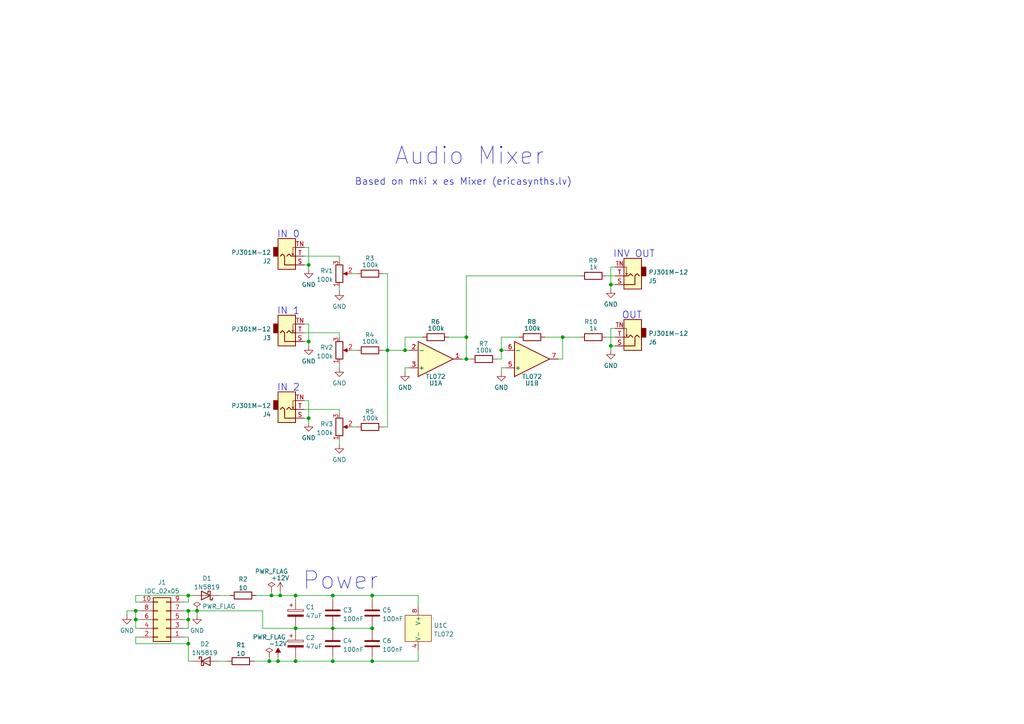
<source format=kicad_sch>
(kicad_sch (version 20211123) (generator eeschema)
  (paper "A4")
  (title_block (title "RW_EM_MIXER_A") (date "2022-10-19") (rev "2022-10-19") (comment 1 "Licensed under CERN-OHL-S v2+"))
  (lib_symbols
    (symbol "Connector_Generic:Conn_02x05_Odd_Even" (pin_names (offset 1.016) hide)
      (property "Reference" "J" (at 1.27 7.62 0))
      (property "Value" "Conn_02x05_Odd_Even" (at 1.27 -7.62 0))
      (symbol "Conn_02x05_Odd_Even_1_1"
        (rectangle (start -1.27 -4.953) (end 0 -5.207) (stroke (width 0.1524)))
        (rectangle (start -1.27 -2.413) (end 0 -2.667) (stroke (width 0.1524)))
        (rectangle (start -1.27 0.127) (end 0 -0.127) (stroke (width 0.1524)))
        (rectangle (start -1.27 2.667) (end 0 2.413) (stroke (width 0.1524)))
        (rectangle (start -1.27 5.207) (end 0 4.953) (stroke (width 0.1524)))
        (rectangle (start -1.27 6.35) (end 3.81 -6.35) (stroke (width 0.254)) (fill (type background)))
        (rectangle (start 3.81 -4.953) (end 2.54 -5.207) (stroke (width 0.1524)))
        (rectangle (start 3.81 -2.413) (end 2.54 -2.667) (stroke (width 0.1524)))
        (rectangle (start 3.81 0.127) (end 2.54 -0.127) (stroke (width 0.1524)))
        (rectangle (start 3.81 2.667) (end 2.54 2.413) (stroke (width 0.1524)))
        (rectangle (start 3.81 5.207) (end 2.54 4.953) (stroke (width 0.1524)))
        (pin passive line (at -5.08 5.08 0) (length 3.81) (name "Pin_1") (number "1"))
        (pin passive line (at 7.62 -5.08 180) (length 3.81) (name "Pin_10") (number "10"))
        (pin passive line (at 7.62 5.08 180) (length 3.81) (name "Pin_2") (number "2"))
        (pin passive line (at -5.08 2.54 0) (length 3.81) (name "Pin_3") (number "3"))
        (pin passive line (at 7.62 2.54 180) (length 3.81) (name "Pin_4") (number "4"))
        (pin passive line (at -5.08 0 0) (length 3.81) (name "Pin_5") (number "5"))
        (pin passive line (at 7.62 0 180) (length 3.81) (name "Pin_6") (number "6"))
        (pin passive line (at -5.08 -2.54 0) (length 3.81) (name "Pin_7") (number "7"))
        (pin passive line (at 7.62 -2.54 180) (length 3.81) (name "Pin_8") (number "8"))
        (pin passive line (at -5.08 -5.08 0) (length 3.81) (name "Pin_9") (number "9"))
      )
    )
    (symbol "Device:C" (pin_numbers hide) (pin_names (offset 0.254))
      (property "Reference" "C" (at 0.635 2.54 0))
      (property "Value" "C" (at 0.635 -2.54 0))
      (symbol "C_0_1"
        (polyline (pts (xy -2.032 -0.762) (xy 2.032 -0.762)) (stroke (width 0.508)))
        (polyline (pts (xy -2.032 0.762) (xy 2.032 0.762)) (stroke (width 0.508)))
      )
      (symbol "C_1_1"
        (pin passive line (at 0 3.81 270) (length 2.794) (name "~") (number "1"))
        (pin passive line (at 0 -3.81 90) (length 2.794) (name "~") (number "2"))
      )
    )
    (symbol "Device:C_Polarized" (pin_numbers hide) (pin_names (offset 0.254))
      (property "Reference" "C" (at 0.635 2.54 0))
      (property "Value" "C_Polarized" (at 0.635 -2.54 0))
      (symbol "C_Polarized_0_1"
        (rectangle (start -2.286 0.508) (end 2.286 1.016))
        (polyline (pts (xy -1.778 2.286) (xy -0.762 2.286)))
        (polyline (pts (xy -1.27 2.794) (xy -1.27 1.778)))
        (rectangle (start 2.286 -0.508) (end -2.286 -1.016) (fill (type outline)))
      )
      (symbol "C_Polarized_1_1"
        (pin passive line (at 0 3.81 270) (length 2.794) (name "~") (number "1"))
        (pin passive line (at 0 -3.81 90) (length 2.794) (name "~") (number "2"))
      )
    )
    (symbol "Device:R" (pin_numbers hide) (pin_names (offset 0))
      (property "Reference" "R" (at 2.032 0 90))
      (property "Value" "R" (at 0 0 90))
      (symbol "R_0_1"
        (rectangle (start -1.016 -2.54) (end 1.016 2.54) (stroke (width 0.254)))
      )
      (symbol "R_1_1"
        (pin passive line (at 0 3.81 270) (length 1.27) (name "~") (number "1"))
        (pin passive line (at 0 -3.81 90) (length 1.27) (name "~") (number "2"))
      )
    )
    (symbol "Device:R_Potentiometer" (pin_names (offset 1.016) hide)
      (property "Reference" "RV" (at -4.445 0 90))
      (property "Value" "R_Potentiometer" (at -2.54 0 90))
      (symbol "R_Potentiometer_0_1"
        (polyline (pts (xy 2.54 0) (xy 1.524 0)))
        (polyline (pts (xy 1.143 0) (xy 2.286 0.508) (xy 2.286 -0.508) (xy 1.143 0)) (fill (type outline)))
        (rectangle (start 1.016 2.54) (end -1.016 -2.54) (stroke (width 0.254)))
      )
      (symbol "R_Potentiometer_1_1"
        (pin passive line (at 0 3.81 270) (length 1.27) (name "1") (number "1"))
        (pin passive line (at 3.81 0 180) (length 1.27) (name "2") (number "2"))
        (pin passive line (at 0 -3.81 90) (length 1.27) (name "3") (number "3"))
      )
    )
    (symbol "Diode:1N5819" (pin_numbers hide) (pin_names (offset 1.016) hide)
      (property "Reference" "D" (at 0 2.54 0))
      (property "Value" "1N5819" (at 0 -2.54 0))
      (symbol "1N5819_0_1"
        (polyline (pts (xy 1.27 0) (xy -1.27 0)))
        (polyline (pts (xy 1.27 1.27) (xy 1.27 -1.27) (xy -1.27 0) (xy 1.27 1.27)) (stroke (width 0.254)))
        (polyline (pts (xy -1.905 0.635) (xy -1.905 1.27) (xy -1.27 1.27) (xy -1.27 -1.27) (xy -0.635 -1.27) (xy -0.635 -0.635)) (stroke (width 0.254)))
      )
      (symbol "1N5819_1_1"
        (pin passive line (at -3.81 0 0) (length 2.54) (name "K") (number "1"))
        (pin passive line (at 3.81 0 180) (length 2.54) (name "A") (number "2"))
      )
    )
    (symbol "RW_EurorackModular:PJ301M-12"
      (property "Reference" "J" (at 0 8.89 0))
      (property "Value" "PJ301M-12" (at 0 6.35 0))
      (symbol "PJ301M-12_0_1"
        (rectangle (start -2.54 0) (end -3.81 -2.54) (stroke (width 0.254)) (fill (type outline)))
        (polyline (pts (xy 1.778 -0.254) (xy 2.032 -0.762)))
        (polyline (pts (xy 0 0) (xy 0.635 -0.635) (xy 1.27 0) (xy 2.54 0)) (stroke (width 0.254)))
        (polyline (pts (xy 2.54 -2.54) (xy 1.778 -2.54) (xy 1.778 -0.254) (xy 1.524 -0.762)))
        (polyline (pts (xy 2.54 2.54) (xy -0.635 2.54) (xy -0.635 0) (xy -1.27 -0.635) (xy -1.905 0)) (stroke (width 0.254)))
        (rectangle (start 2.54 3.81) (end -2.54 -5.08) (stroke (width 0.254)) (fill (type background)))
      )
      (symbol "PJ301M-12_1_1"
        (pin passive line (at 5.08 2.54 180) (length 2.54) (name "~") (number "S"))
        (pin passive line (at 5.08 0 180) (length 2.54) (name "~") (number "T"))
        (pin passive line (at 5.08 -2.54 180) (length 2.54) (name "~") (number "TN"))
      )
    )
    (symbol "RW_EurorackModular:TL072" (pin_names (offset 0.127))
      (property "Reference" "U" (at 0 5.08 0))
      (property "Value" "TL072" (at 0 -5.08 0))
      (symbol "TL072_1_1"
        (polyline (pts (xy -5.08 5.08) (xy 5.08 0) (xy -5.08 -5.08) (xy -5.08 5.08)) (stroke (width 0.254)) (fill (type background)))
        (pin output line (at 7.62 0 180) (length 2.54) (name "~") (number "1"))
        (pin input line (at -7.62 -2.54 0) (length 2.54) (name "-") (number "2"))
        (pin input line (at -7.62 2.54 0) (length 2.54) (name "+") (number "3"))
      )
      (symbol "TL072_2_1"
        (polyline (pts (xy -5.08 5.08) (xy 5.08 0) (xy -5.08 -5.08) (xy -5.08 5.08)) (stroke (width 0.254)) (fill (type background)))
        (pin input line (at -7.62 2.54 0) (length 2.54) (name "+") (number "5"))
        (pin input line (at -7.62 -2.54 0) (length 2.54) (name "-") (number "6"))
        (pin output line (at 7.62 0 180) (length 2.54) (name "~") (number "7"))
      )
      (symbol "TL072_3_1"
        (rectangle (start -6.35 3.81) (end 1.27 -3.81) (stroke (width 0.1524)) (fill (type background)))
        (pin power_in line (at -2.54 -6.35 90) (length 2.54) (name "V-") (number "4"))
        (pin power_in line (at -2.54 6.35 270) (length 2.54) (name "V+") (number "8"))
      )
    )
    (symbol "power:+12V" (power) (pin_names (offset 0))
      (property "Value" "+12V" (at 0 3.556 0))
      (symbol "+12V_0_1"
        (polyline (pts (xy -0.762 1.27) (xy 0 2.54)))
        (polyline (pts (xy 0 0) (xy 0 2.54)))
        (polyline (pts (xy 0 2.54) (xy 0.762 1.27)))
      )
      (symbol "+12V_1_1"
        (pin power_in line (at 0 0 90) (length 0) hide (name "+12V") (number "1"))
      )
    )
    (symbol "power:-12V" (power) (pin_names (offset 0))
      (property "Value" "-12V" (at 0 3.81 0))
      (symbol "-12V_0_0"
        (pin power_in line (at 0 0 90) (length 0) hide (name "-12V") (number "1"))
      )
      (symbol "-12V_0_1"
        (polyline (pts (xy 0 0) (xy 0 1.27) (xy 0.762 1.27) (xy 0 2.54) (xy -0.762 1.27) (xy 0 1.27)) (fill (type outline)))
      )
    )
    (symbol "power:GND" (power) (pin_names (offset 0))
      (property "Value" "GND" (at 0 -3.81 0))
      (symbol "GND_0_1"
        (polyline (pts (xy 0 0) (xy 0 -1.27) (xy 1.27 -1.27) (xy 0 -2.54) (xy -1.27 -1.27) (xy 0 -1.27)))
      )
      (symbol "GND_1_1"
        (pin power_in line (at 0 0 270) (length 0) hide (name "GND") (number "1"))
      )
    )
    (symbol "power:PWR_FLAG" (power) (pin_numbers hide) (pin_names (offset 0) hide)
      (property "Value" "PWR_FLAG" (at 0 3.81 0))
      (symbol "PWR_FLAG_0_0"
        (pin power_out line (at 0 0 90) (length 0) (name "pwr") (number "1"))
      )
      (symbol "PWR_FLAG_0_1"
        (polyline (pts (xy 0 0) (xy 0 1.27) (xy -1.016 1.905) (xy 0 2.54) (xy 1.016 1.905) (xy 0 1.27)))
      )
    )
  )
  (junction (at 54.61 179.705))
  (junction (at 96.52 172.72))
  (junction (at 107.95 191.77))
  (junction (at 145.415 101.6))
  (junction (at 89.535 76.835))
  (junction (at 177.165 100.33))
  (junction (at 54.61 186.69))
  (junction (at 78.74 172.72))
  (junction (at 117.475 101.6))
  (junction (at 85.725 191.77))
  (junction (at 89.535 121.285))
  (junction (at 96.52 191.77))
  (junction (at 135.255 104.14))
  (junction (at 57.15 177.165))
  (junction (at 96.52 182.245))
  (junction (at 81.28 172.72))
  (junction (at 89.535 99.06))
  (junction (at 39.37 177.165))
  (junction (at 112.395 101.6))
  (junction (at 163.195 97.79))
  (junction (at 80.645 191.77))
  (junction (at 85.725 182.245))
  (junction (at 78.105 191.77))
  (junction (at 54.61 177.165))
  (junction (at 107.95 182.245))
  (junction (at 85.725 172.72))
  (junction (at 39.37 179.705))
  (junction (at 135.255 97.79))
  (junction (at 107.95 172.72))
  (junction (at 177.165 82.55))
  (junction (at 54.61 172.72))
  (wire (pts (xy 78.74 172.72) (xy 78.74 171.45)))
  (wire (pts (xy 96.52 182.245) (xy 96.52 182.88)))
  (wire (pts (xy 117.475 106.68) (xy 118.745 106.68)))
  (wire (pts (xy 117.475 97.79) (xy 117.475 101.6)))
  (wire (pts (xy 112.395 101.6) (xy 112.395 123.825)))
  (wire (pts (xy 88.265 93.98) (xy 89.535 93.98)))
  (wire (pts (xy 135.255 97.79) (xy 135.255 104.14)))
  (wire (pts (xy 89.535 121.285) (xy 89.535 122.555)))
  (wire (pts (xy 98.425 83.185) (xy 98.425 84.455)))
  (wire (pts (xy 54.61 172.72) (xy 55.88 172.72)))
  (wire (pts (xy 89.535 116.205) (xy 89.535 121.285)))
  (wire (pts (xy 175.895 80.01) (xy 178.435 80.01)))
  (wire (pts (xy 54.61 186.69) (xy 54.61 184.785)))
  (wire (pts (xy 36.83 177.165) (xy 36.83 178.435)))
  (wire (pts (xy 78.74 172.72) (xy 81.28 172.72)))
  (wire (pts (xy 96.52 173.99) (xy 96.52 172.72)))
  (wire (pts (xy 39.37 186.69) (xy 54.61 186.69)))
  (wire (pts (xy 96.52 191.77) (xy 96.52 190.5)))
  (wire (pts (xy 63.5 172.72) (xy 66.675 172.72)))
  (wire (pts (xy 177.165 100.33) (xy 177.165 101.6)))
  (wire (pts (xy 117.475 106.68) (xy 117.475 107.95)))
  (wire (pts (xy 107.95 191.77) (xy 121.285 191.77)))
  (wire (pts (xy 178.435 95.25) (xy 177.165 95.25)))
  (wire (pts (xy 39.37 184.785) (xy 40.64 184.785)))
  (wire (pts (xy 135.255 104.14) (xy 136.525 104.14)))
  (wire (pts (xy 39.37 172.72) (xy 54.61 172.72)))
  (wire (pts (xy 53.34 177.165) (xy 54.61 177.165)))
  (wire (pts (xy 145.415 101.6) (xy 145.415 97.79)))
  (wire (pts (xy 63.5 191.77) (xy 66.04 191.77)))
  (wire (pts (xy 54.61 177.165) (xy 54.61 179.705)))
  (wire (pts (xy 177.165 100.33) (xy 178.435 100.33)))
  (wire (pts (xy 145.415 101.6) (xy 146.685 101.6)))
  (wire (pts (xy 145.415 106.68) (xy 146.685 106.68)))
  (wire (pts (xy 117.475 101.6) (xy 118.745 101.6)))
  (wire (pts (xy 112.395 79.375) (xy 111.125 79.375)))
  (wire (pts (xy 39.37 184.785) (xy 39.37 186.69)))
  (wire (pts (xy 177.165 77.47) (xy 177.165 82.55)))
  (wire (pts (xy 163.195 97.79) (xy 168.275 97.79)))
  (wire (pts (xy 54.61 177.165) (xy 57.15 177.165)))
  (wire (pts (xy 96.52 172.72) (xy 107.95 172.72)))
  (wire (pts (xy 121.285 191.77) (xy 121.285 188.595)))
  (wire (pts (xy 112.395 123.825) (xy 111.125 123.825)))
  (wire (pts (xy 39.37 182.245) (xy 40.64 182.245)))
  (wire (pts (xy 178.435 77.47) (xy 177.165 77.47)))
  (wire (pts (xy 85.725 182.245) (xy 96.52 182.245)))
  (wire (pts (xy 54.61 179.705) (xy 54.61 182.245)))
  (wire (pts (xy 107.95 172.72) (xy 107.95 173.99)))
  (wire (pts (xy 40.64 174.625) (xy 39.37 174.625)))
  (wire (pts (xy 85.725 190.5) (xy 85.725 191.77)))
  (wire (pts (xy 81.28 172.72) (xy 81.28 171.45)))
  (wire (pts (xy 102.235 79.375) (xy 103.505 79.375)))
  (wire (pts (xy 76.2 182.245) (xy 85.725 182.245)))
  (wire (pts (xy 177.165 82.55) (xy 177.165 83.82)))
  (wire (pts (xy 88.265 74.295) (xy 98.425 74.295)))
  (wire (pts (xy 111.125 101.6) (xy 112.395 101.6)))
  (wire (pts (xy 80.645 191.77) (xy 85.725 191.77)))
  (wire (pts (xy 54.61 191.77) (xy 55.88 191.77)))
  (wire (pts (xy 81.28 172.72) (xy 85.725 172.72)))
  (wire (pts (xy 98.425 97.79) (xy 98.425 96.52)))
  (wire (pts (xy 76.2 177.165) (xy 76.2 182.245)))
  (wire (pts (xy 40.64 177.165) (xy 39.37 177.165)))
  (wire (pts (xy 107.95 182.245) (xy 107.95 181.61)))
  (wire (pts (xy 89.535 76.835) (xy 89.535 78.105)))
  (wire (pts (xy 107.95 190.5) (xy 107.95 191.77)))
  (wire (pts (xy 80.645 191.77) (xy 80.645 190.5)))
  (wire (pts (xy 89.535 93.98) (xy 89.535 99.06)))
  (wire (pts (xy 85.725 191.77) (xy 96.52 191.77)))
  (wire (pts (xy 53.34 179.705) (xy 54.61 179.705)))
  (wire (pts (xy 98.425 127.635) (xy 98.425 128.905)))
  (wire (pts (xy 175.895 97.79) (xy 178.435 97.79)))
  (wire (pts (xy 145.415 97.79) (xy 150.495 97.79)))
  (wire (pts (xy 73.66 191.77) (xy 78.105 191.77)))
  (wire (pts (xy 88.265 71.755) (xy 89.535 71.755)))
  (wire (pts (xy 39.37 179.705) (xy 39.37 182.245)))
  (wire (pts (xy 85.725 172.72) (xy 96.52 172.72)))
  (wire (pts (xy 89.535 99.06) (xy 89.535 100.33)))
  (wire (pts (xy 89.535 121.285) (xy 88.265 121.285)))
  (wire (pts (xy 89.535 71.755) (xy 89.535 76.835)))
  (wire (pts (xy 78.105 191.77) (xy 80.645 191.77)))
  (wire (pts (xy 135.255 80.01) (xy 168.275 80.01)))
  (wire (pts (xy 39.37 177.165) (xy 36.83 177.165)))
  (wire (pts (xy 130.175 97.79) (xy 135.255 97.79)))
  (wire (pts (xy 54.61 174.625) (xy 53.34 174.625)))
  (wire (pts (xy 102.235 101.6) (xy 103.505 101.6)))
  (wire (pts (xy 96.52 182.245) (xy 107.95 182.245)))
  (wire (pts (xy 98.425 120.015) (xy 98.425 118.745)))
  (wire (pts (xy 88.265 96.52) (xy 98.425 96.52)))
  (wire (pts (xy 177.165 95.25) (xy 177.165 100.33)))
  (wire (pts (xy 163.195 97.79) (xy 163.195 104.14)))
  (wire (pts (xy 158.115 97.79) (xy 163.195 97.79)))
  (wire (pts (xy 39.37 179.705) (xy 40.64 179.705)))
  (wire (pts (xy 89.535 99.06) (xy 88.265 99.06)))
  (wire (pts (xy 102.235 123.825) (xy 103.505 123.825)))
  (wire (pts (xy 54.61 184.785) (xy 53.34 184.785)))
  (wire (pts (xy 122.555 97.79) (xy 117.475 97.79)))
  (wire (pts (xy 85.725 181.61) (xy 85.725 182.245)))
  (wire (pts (xy 133.985 104.14) (xy 135.255 104.14)))
  (wire (pts (xy 39.37 174.625) (xy 39.37 172.72)))
  (wire (pts (xy 144.145 104.14) (xy 145.415 104.14)))
  (wire (pts (xy 54.61 182.245) (xy 53.34 182.245)))
  (wire (pts (xy 121.285 175.895) (xy 121.285 172.72)))
  (wire (pts (xy 163.195 104.14) (xy 161.925 104.14)))
  (wire (pts (xy 135.255 80.01) (xy 135.255 97.79)))
  (wire (pts (xy 145.415 104.14) (xy 145.415 101.6)))
  (wire (pts (xy 98.425 105.41) (xy 98.425 106.68)))
  (wire (pts (xy 145.415 106.68) (xy 145.415 107.95)))
  (wire (pts (xy 177.165 82.55) (xy 178.435 82.55)))
  (wire (pts (xy 107.95 182.245) (xy 107.95 182.88)))
  (wire (pts (xy 88.265 118.745) (xy 98.425 118.745)))
  (wire (pts (xy 57.15 177.165) (xy 76.2 177.165)))
  (wire (pts (xy 85.725 182.245) (xy 85.725 182.88)))
  (wire (pts (xy 78.105 191.77) (xy 78.105 190.5)))
  (wire (pts (xy 85.725 173.99) (xy 85.725 172.72)))
  (wire (pts (xy 57.15 177.165) (xy 57.15 178.435)))
  (wire (pts (xy 112.395 101.6) (xy 112.395 79.375)))
  (wire (pts (xy 54.61 186.69) (xy 54.61 191.77)))
  (wire (pts (xy 89.535 76.835) (xy 88.265 76.835)))
  (wire (pts (xy 39.37 177.165) (xy 39.37 179.705)))
  (wire (pts (xy 96.52 191.77) (xy 107.95 191.77)))
  (wire (pts (xy 107.95 172.72) (xy 121.285 172.72)))
  (wire (pts (xy 54.61 172.72) (xy 54.61 174.625)))
  (wire (pts (xy 98.425 75.565) (xy 98.425 74.295)))
  (wire (pts (xy 74.295 172.72) (xy 78.74 172.72)))
  (wire (pts (xy 88.265 116.205) (xy 89.535 116.205)))
  (wire (pts (xy 112.395 101.6) (xy 117.475 101.6)))
  (wire (pts (xy 96.52 181.61) (xy 96.52 182.245)))
  (text "IN 2" (at 86.995 113.665 180) (effects (font (size 2 2)) (justify right bottom)))
  (text "Power" (at 87.63 171.45 0) (effects (font (size 5 5)) (justify left bottom)))
  (text "INV OUT" (at 177.8 74.93 0) (effects (font (size 2 2)) (justify left bottom)))
  (text "IN 0" (at 86.995 69.215 180) (effects (font (size 2 2)) (justify right bottom)))
  (text "Audio Mixer" (at 114.3 48.26 0) (effects (font (size 5 5)) (justify left bottom)))
  (text "IN 1" (at 86.995 91.44 180) (effects (font (size 2 2)) (justify right bottom)))
  (text "OUT" (at 180.34 92.71 0) (effects (font (size 2 2)) (justify left bottom)))
  (text "Based on mki x es Mixer (ericasynths.lv)" (at 102.87 53.975 0) (effects (font (size 2 2)) (justify left bottom)))
  (symbol (lib_id "Device:R") (at 172.085 97.79 90) (unit 1)
    (property "Reference" "R10" (at 173.355 93.345 90) (effects (justify left)))
    (property "Value" "1k" (at 173.355 95.25 90) (effects (justify left)))
    (property "Footprint" "Resistor_THT:R_Axial_DIN0207_L6.3mm_D2.5mm_P2.54mm_Vertical" (effects hide))
  )
  (symbol (lib_id "power:GND") (at 145.415 107.95 0) (unit 1)
    (property "Reference" "#PWR0105" (effects hide))
    (property "Value" "GND" (at 145.415 112.3934 0))
  )
  (symbol (lib_id "RW_EurorackModular:PJ301M-12") (at 83.185 118.745 0) (mirror x) (unit 1)
    (property "Reference" "J4" (at 78.613 120.2147 0) (effects (justify right)))
    (property "Value" "PJ301M-12" (at 78.613 117.6778 0) (effects (justify right)))
    (property "Footprint" "RW_EurorackModular:PJ301M-12" (effects hide))
  )
  (symbol (lib_id "power:GND") (at 177.165 83.82 0) (mirror y) (unit 1)
    (property "Reference" "#PWR0107" (effects hide))
    (property "Value" "GND" (at 177.165 88.2634 0))
  )
  (symbol (lib_id "Device:R") (at 140.335 104.14 90) (unit 1)
    (property "Reference" "R7" (at 141.605 99.695 90) (effects (justify left)))
    (property "Value" "100k" (at 142.875 101.6 90) (effects (justify left)))
    (property "Footprint" "Resistor_THT:R_Axial_DIN0207_L6.3mm_D2.5mm_P2.54mm_Vertical" (effects hide))
  )
  (symbol (lib_id "power:GND") (at 117.475 107.95 0) (unit 1)
    (property "Reference" "#PWR0111" (effects hide))
    (property "Value" "GND" (at 117.475 112.3934 0))
  )
  (symbol (lib_id "power:GND") (at 98.425 128.905 0) (unit 1)
    (property "Reference" "#PWR0108" (effects hide))
    (property "Value" "GND" (at 98.425 133.3484 0))
  )
  (symbol (lib_id "RW_EurorackModular:PJ301M-12") (at 83.185 74.295 0) (mirror x) (unit 1)
    (property "Reference" "J2" (at 78.613 75.7647 0) (effects (justify right)))
    (property "Value" "PJ301M-12" (at 78.613 73.2278 0) (effects (justify right)))
    (property "Footprint" "RW_EurorackModular:PJ301M-12" (effects hide))
  )
  (symbol (lib_id "power:GND") (at 89.535 100.33 0) (unit 1)
    (property "Reference" "#PWR0112" (effects hide))
    (property "Value" "GND" (at 89.535 104.7734 0))
  )
  (symbol (lib_id "Device:C") (at 96.52 186.69 0) (unit 1)
    (property "Reference" "C4" (at 99.441 185.8553 0) (effects (justify left)))
    (property "Value" "100nF" (at 99.441 188.3922 0) (effects (justify left)))
    (property "Footprint" "Capacitor_THT:C_Disc_D5.0mm_W2.5mm_P5.00mm" (effects hide))
  )
  (symbol (lib_id "power:GND") (at 89.535 122.555 0) (unit 1)
    (property "Reference" "#PWR0109" (effects hide))
    (property "Value" "GND" (at 89.535 126.9984 0))
  )
  (symbol (lib_id "Device:R") (at 107.315 101.6 90) (unit 1)
    (property "Reference" "R4" (at 108.585 97.155 90) (effects (justify left)))
    (property "Value" "100k" (at 109.855 99.06 90) (effects (justify left)))
    (property "Footprint" "Resistor_THT:R_Axial_DIN0207_L6.3mm_D2.5mm_P2.54mm_Vertical" (effects hide))
  )
  (symbol (lib_id "Connector_Generic:Conn_02x05_Odd_Even") (at 48.26 179.705 180) (unit 1)
    (property "Reference" "J1" (at 46.99 168.91 0))
    (property "Value" "IDC_02x05" (at 46.99 171.45 0))
    (property "Footprint" "Connector_IDC:IDC-Header_2x05_P2.54mm_Vertical" (effects hide))
  )
  (symbol (lib_id "RW_EurorackModular:TL072") (at 154.305 104.14 0) (mirror x) (unit 2)
    (property "Reference" "U1" (at 154.305 111.125 0))
    (property "Value" "TL072" (at 154.305 109.22 0))
  )
  (symbol (lib_id "Device:R_Potentiometer") (at 98.425 123.825 0) (mirror x) (unit 1)
    (property "Reference" "RV3" (at 96.6471 122.9903 0) (effects (justify right)))
    (property "Value" "100k" (at 96.6471 125.5272 0) (effects (justify right)))
    (property "Footprint" "RW_EurorackModular:Potentiometer_R0904N_SongHuei" (effects hide))
  )
  (symbol (lib_id "RW_EurorackModular:PJ301M-12") (at 183.515 97.79 180) (unit 1)
    (property "Reference" "J6" (at 188.087 99.2597 0) (effects (justify right)))
    (property "Value" "PJ301M-12" (at 188.087 96.7228 0) (effects (justify right)))
    (property "Footprint" "RW_EurorackModular:PJ301M-12" (effects hide))
  )
  (symbol (lib_id "Device:R") (at 70.485 172.72 90) (unit 1)
    (property "Reference" "R2" (at 70.485 168.0042 90))
    (property "Value" "10" (at 70.485 170.5411 90))
    (property "Footprint" "Resistor_THT:R_Axial_DIN0207_L6.3mm_D2.5mm_P10.16mm_Horizontal" (effects hide))
  )
  (symbol (lib_id "Device:R") (at 69.85 191.77 90) (unit 1)
    (property "Reference" "R1" (at 69.85 187.0542 90))
    (property "Value" "10" (at 69.85 189.5911 90))
    (property "Footprint" "Resistor_THT:R_Axial_DIN0207_L6.3mm_D2.5mm_P10.16mm_Horizontal" (effects hide))
  )
  (symbol (lib_id "Diode:1N5819") (at 59.69 172.72 180) (unit 1)
    (property "Reference" "D1" (at 60.0075 167.7502 0))
    (property "Value" "1N5819" (at 60.0075 170.2871 0))
    (property "Footprint" "Diode_THT:D_DO-41_SOD81_P10.16mm_Horizontal" (effects hide))
    (property "Datasheet" "http://www.vishay.com/docs/88525/1n5817.pdf" (effects hide))
  )
  (symbol (lib_id "Device:R_Potentiometer") (at 98.425 101.6 0) (mirror x) (unit 1)
    (property "Reference" "RV2" (at 96.6471 100.7653 0) (effects (justify right)))
    (property "Value" "100k" (at 96.6471 103.3022 0) (effects (justify right)))
    (property "Footprint" "RW_EurorackModular:Potentiometer_R0904N_SongHuei" (effects hide))
  )
  (symbol (lib_id "RW_EurorackModular:TL072") (at 126.365 104.14 0) (mirror x) (unit 1)
    (property "Reference" "U1" (at 126.365 111.125 0))
    (property "Value" "TL072" (at 126.365 109.22 0))
  )
  (symbol (lib_id "Device:R") (at 172.085 80.01 90) (unit 1)
    (property "Reference" "R9" (at 173.355 75.565 90) (effects (justify left)))
    (property "Value" "1k" (at 173.355 77.47 90) (effects (justify left)))
    (property "Footprint" "Resistor_THT:R_Axial_DIN0207_L6.3mm_D2.5mm_P2.54mm_Vertical" (effects hide))
  )
  (symbol (lib_id "Device:R") (at 154.305 97.79 90) (unit 1)
    (property "Reference" "R8" (at 155.575 93.345 90) (effects (justify left)))
    (property "Value" "100k" (at 156.845 95.25 90) (effects (justify left)))
    (property "Footprint" "Resistor_THT:R_Axial_DIN0207_L6.3mm_D2.5mm_P2.54mm_Vertical" (effects hide))
  )
  (symbol (lib_id "Diode:1N5819") (at 59.69 191.77 0) (unit 1)
    (property "Reference" "D2" (at 59.3725 186.8002 0))
    (property "Value" "1N5819" (at 59.3725 189.3371 0))
    (property "Footprint" "Diode_THT:D_DO-41_SOD81_P10.16mm_Horizontal" (effects hide))
    (property "Datasheet" "http://www.vishay.com/docs/88525/1n5817.pdf" (effects hide))
  )
  (symbol (lib_id "power:-12V") (at 80.645 190.5 0) (unit 1)
    (property "Reference" "#PWR0102" (effects hide))
    (property "Value" "-12V" (at 80.645 186.69 0))
  )
  (symbol (lib_id "RW_EurorackModular:PJ301M-12") (at 83.185 96.52 0) (mirror x) (unit 1)
    (property "Reference" "J3" (at 78.613 97.9897 0) (effects (justify right)))
    (property "Value" "PJ301M-12" (at 78.613 95.4528 0) (effects (justify right)))
    (property "Footprint" "RW_EurorackModular:PJ301M-12" (effects hide))
  )
  (symbol (lib_id "power:GND") (at 98.425 84.455 0) (unit 1)
    (property "Reference" "#PWR0113" (effects hide))
    (property "Value" "GND" (at 98.425 88.8984 0))
  )
  (symbol (lib_id "Device:R") (at 107.315 79.375 90) (unit 1)
    (property "Reference" "R3" (at 108.585 74.93 90) (effects (justify left)))
    (property "Value" "100k" (at 109.855 76.835 90) (effects (justify left)))
    (property "Footprint" "Resistor_THT:R_Axial_DIN0207_L6.3mm_D2.5mm_P2.54mm_Vertical" (effects hide))
  )
  (symbol (lib_id "Device:R") (at 107.315 123.825 90) (unit 1)
    (property "Reference" "R5" (at 108.585 119.38 90) (effects (justify left)))
    (property "Value" "100k" (at 109.855 121.285 90) (effects (justify left)))
    (property "Footprint" "Resistor_THT:R_Axial_DIN0207_L6.3mm_D2.5mm_P2.54mm_Vertical" (effects hide))
  )
  (symbol (lib_id "Device:C") (at 96.52 177.8 0) (unit 1)
    (property "Reference" "C3" (at 99.441 176.9653 0) (effects (justify left)))
    (property "Value" "100nF" (at 99.441 179.5022 0) (effects (justify left)))
    (property "Footprint" "Capacitor_THT:C_Disc_D5.0mm_W2.5mm_P5.00mm" (effects hide))
  )
  (symbol (lib_id "RW_EurorackModular:PJ301M-12") (at 183.515 80.01 180) (unit 1)
    (property "Reference" "J5" (at 188.087 81.4797 0) (effects (justify right)))
    (property "Value" "PJ301M-12" (at 188.087 78.9428 0) (effects (justify right)))
    (property "Footprint" "RW_EurorackModular:PJ301M-12" (effects hide))
  )
  (symbol (lib_id "power:PWR_FLAG") (at 78.105 190.5 0) (unit 1)
    (property "Reference" "#FLG0101" (effects hide))
    (property "Value" "PWR_FLAG" (at 78.105 184.785 0))
  )
  (symbol (lib_id "power:GND") (at 36.83 178.435 0) (unit 1)
    (property "Reference" "#PWR0101" (effects hide))
    (property "Value" "GND" (at 36.83 182.8784 0))
  )
  (symbol (lib_id "power:GND") (at 177.165 101.6 0) (mirror y) (unit 1)
    (property "Reference" "#PWR0106" (effects hide))
    (property "Value" "GND" (at 177.165 106.0434 0))
  )
  (symbol (lib_id "Device:R") (at 126.365 97.79 90) (unit 1)
    (property "Reference" "R6" (at 127.635 93.345 90) (effects (justify left)))
    (property "Value" "100k" (at 128.905 95.25 90) (effects (justify left)))
    (property "Footprint" "Resistor_THT:R_Axial_DIN0207_L6.3mm_D2.5mm_P2.54mm_Vertical" (effects hide))
  )
  (symbol (lib_id "Device:C") (at 107.95 186.69 0) (unit 1)
    (property "Reference" "C6" (at 110.871 185.8553 0) (effects (justify left)))
    (property "Value" "100nF" (at 110.871 188.3922 0) (effects (justify left)))
    (property "Footprint" "Capacitor_THT:C_Disc_D5.0mm_W2.5mm_P5.00mm" (effects hide))
  )
  (symbol (lib_id "power:+12V") (at 81.28 171.45 0) (unit 1)
    (property "Reference" "#PWR0104" (effects hide))
    (property "Value" "+12V" (at 81.28 167.64 0))
  )
  (symbol (lib_id "power:PWR_FLAG") (at 78.74 171.45 0) (unit 1)
    (property "Reference" "#FLG0103" (effects hide))
    (property "Value" "PWR_FLAG" (at 78.74 165.735 0))
  )
  (symbol (lib_id "power:PWR_FLAG") (at 57.15 177.165 0) (unit 1)
    (property "Reference" "#FLG0102" (effects hide))
    (property "Value" "PWR_FLAG" (at 63.5 175.895 0))
  )
  (symbol (lib_id "power:GND") (at 98.425 106.68 0) (unit 1)
    (property "Reference" "#PWR0110" (effects hide))
    (property "Value" "GND" (at 98.425 111.1234 0))
  )
  (symbol (lib_id "RW_EurorackModular:TL072") (at 123.825 182.245 0) (unit 3)
    (property "Reference" "U1" (at 125.8062 181.4103 0) (effects (justify left)))
    (property "Value" "TL072" (at 125.8062 183.9472 0) (effects (justify left)))
    (property "Footprint" "Package_DIP:DIP-8_W7.62mm" (effects hide))
  )
  (symbol (lib_id "power:GND") (at 89.535 78.105 0) (unit 1)
    (property "Reference" "#PWR0114" (effects hide))
    (property "Value" "GND" (at 89.535 82.5484 0))
  )
  (symbol (lib_id "Device:C_Polarized") (at 85.725 177.8 0) (unit 1)
    (property "Reference" "C1" (at 88.646 176.0763 0) (effects (justify left)))
    (property "Value" "47uF" (at 88.646 178.6132 0) (effects (justify left)))
    (property "Footprint" "Capacitor_THT:CP_Radial_D5.0mm_P2.00mm" (effects hide))
  )
  (symbol (lib_id "Device:C_Polarized") (at 85.725 186.69 0) (unit 1)
    (property "Reference" "C2" (at 88.646 184.9663 0) (effects (justify left)))
    (property "Value" "47uF" (at 88.646 187.5032 0) (effects (justify left)))
    (property "Footprint" "Capacitor_THT:CP_Radial_D5.0mm_P2.00mm" (effects hide))
  )
  (symbol (lib_id "power:GND") (at 57.15 178.435 0) (unit 1)
    (property "Reference" "#PWR0103" (effects hide))
    (property "Value" "GND" (at 57.15 182.8784 0))
  )
  (symbol (lib_id "Device:C") (at 107.95 177.8 0) (unit 1)
    (property "Reference" "C5" (at 110.871 176.9653 0) (effects (justify left)))
    (property "Value" "100nF" (at 110.871 179.5022 0) (effects (justify left)))
    (property "Footprint" "Capacitor_THT:C_Disc_D5.0mm_W2.5mm_P5.00mm" (effects hide))
  )
  (symbol (lib_id "Device:R_Potentiometer") (at 98.425 79.375 0) (mirror x) (unit 1)
    (property "Reference" "RV1" (at 96.6471 78.5403 0) (effects (justify right)))
    (property "Value" "100k" (at 96.6471 81.0772 0) (effects (justify right)))
    (property "Footprint" "RW_EurorackModular:Potentiometer_R0904N_SongHuei" (effects hide))
  )
)
</source>
